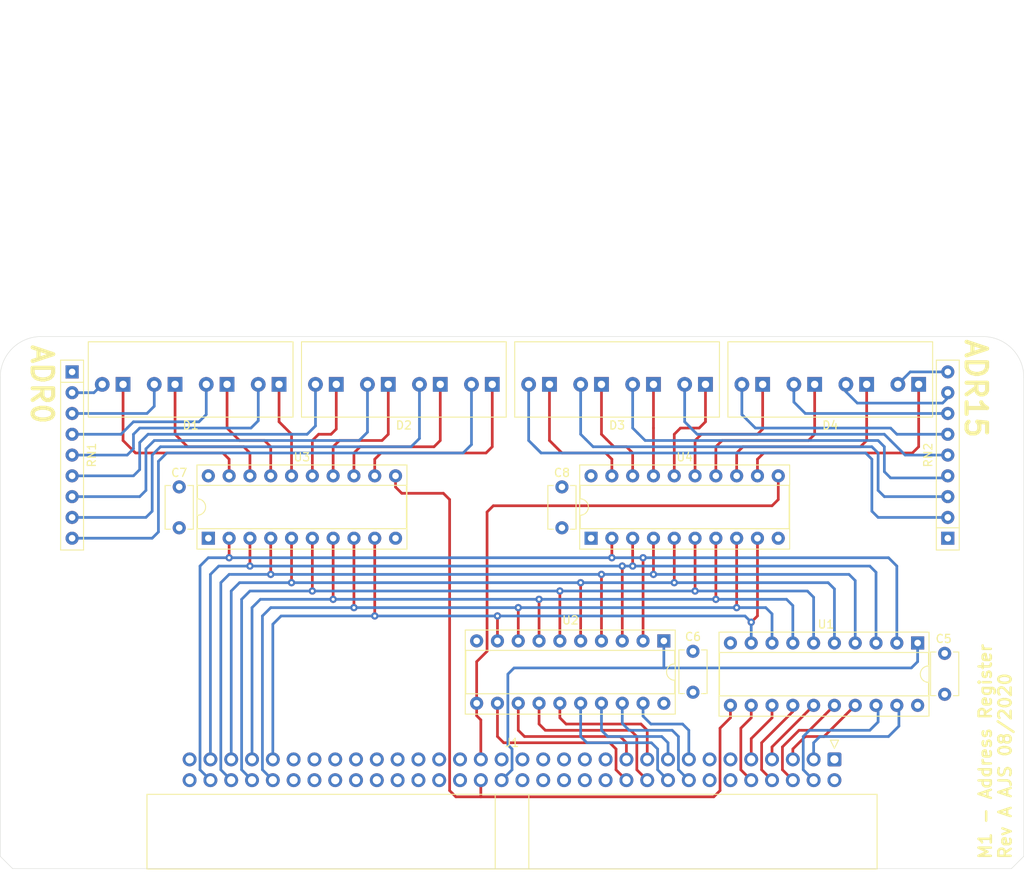
<source format=kicad_pcb>
(kicad_pcb (version 20171130) (host pcbnew 5.1.6-c6e7f7d~87~ubuntu18.04.1)
  (layers (0 F.Cu signal) (1 In1.Cu signal) (2 In2.Cu signal) (31 B.Cu signal) (36 B.SilkS user) (37 F.SilkS user) (38 B.Mask user) (39 F.Mask user) (44 Edge.Cuts user))
  (net 0 "")
  (net 1 +5V)
  (net 2 GND)
  (net 3 "Net-(D1-Pad1)")
  (net 4 "Net-(D1-Pad2)")
  (net 5 "Net-(D2-Pad1)")
  (net 6 "Net-(D2-Pad2)")
  (net 7 "Net-(D3-Pad1)")
  (net 8 "Net-(D3-Pad2)")
  (net 9 "Net-(D4-Pad2)")
  (net 10 "Net-(D4-Pad1)")
  (net 11 /A1)
  (net 12 /A3)
  (net 13 /A5)
  (net 14 /A7)
  (net 15 /A9)
  (net 16 /A11)
  (net 17 /A13)
  (net 18 /A15)
  (net 19 "Net-(J1-Pad31)")
  (net 20 "Net-(J1-Pad37)")
  (net 21 "Net-(J1-Pad43)")
  (net 22 "Net-(J1-Pad45)")
  (net 23 "Net-(J1-Pad47)")
  (net 24 /D6)
  (net 25 /D4)
  (net 26 /D2)
  (net 27 /D0)
  (net 28 /A2)
  (net 29 /A4)
  (net 30 /A6)
  (net 31 /A8)
  (net 32 /A10)
  (net 33 /A12)
  (net 34 /A14)
  (net 35 "Net-(J1-Pad30)")
  (net 36 "Net-(J1-Pad44)")
  (net 37 "Net-(J1-Pad46)")
  (net 38 "Net-(J1-Pad48)")
  (net 39 "Net-(J1-Pad50)")
  (net 40 /D7)
  (net 41 /D5)
  (net 42 /D3)
  (net 43 /D1)
  (net 44 /A0)
  (net 45 "Net-(D1-Pad4)")
  (net 46 "Net-(D1-Pad3)")
  (net 47 "Net-(D1-Pad5)")
  (net 48 "Net-(D1-Pad6)")
  (net 49 "Net-(D1-Pad7)")
  (net 50 "Net-(D1-Pad8)")
  (net 51 "Net-(D2-Pad8)")
  (net 52 "Net-(D2-Pad7)")
  (net 53 "Net-(D2-Pad6)")
  (net 54 "Net-(D2-Pad5)")
  (net 55 "Net-(D2-Pad3)")
  (net 56 "Net-(D2-Pad4)")
  (net 57 "Net-(D3-Pad4)")
  (net 58 "Net-(D3-Pad3)")
  (net 59 "Net-(D3-Pad5)")
  (net 60 "Net-(D3-Pad6)")
  (net 61 "Net-(D3-Pad7)")
  (net 62 "Net-(D3-Pad8)")
  (net 63 "Net-(D4-Pad8)")
  (net 64 "Net-(D4-Pad7)")
  (net 65 "Net-(D4-Pad6)")
  (net 66 "Net-(D4-Pad5)")
  (net 67 "Net-(D4-Pad3)")
  (net 68 "Net-(D4-Pad4)")
  (net 69 "Net-(J1-Pad40)")
  (net 70 "Net-(J1-Pad29)")
  (net 71 /nADROE)
  (net 72 /ADRLO)
  (net 73 "Net-(J1-Pad49)")
  (net 74 "Net-(J1-Pad32)")
  (net 75 /ADRHI)
  (net 76 "Net-(J1-Pad38)")
  (net 77 "Net-(J1-Pad33)")
  (module Capacitor_THT:C_Disc_D5.1mm_W3.2mm_P5.00mm (layer F.Cu) (at 205.359 122.555 270)
    (fp_text reference C5 (at -1.778 0.127 180) (layer F.SilkS))
    (fp_text value 100n)
    (pad 1 thru_hole circle (at 0 0 270) (size 1.6 1.6) (drill 0.8) (layers *.Cu *.Mask) (net 2 GND))
    (pad 2 thru_hole circle (at 5 0 270) (size 1.6 1.6) (drill 0.8) (layers *.Cu *.Mask) (net 1 +5V))
  )
  (module Capacitor_THT:C_Disc_D5.1mm_W3.2mm_P5.00mm (layer F.Cu) (at 174.625 122.301 270)
    (fp_text reference C6 (at -1.778 0 180) (layer F.SilkS))
    (fp_text value 100n)
    (pad 2 thru_hole circle (at 5 0 270) (size 1.6 1.6) (drill 0.8) (layers *.Cu *.Mask) (net 1 +5V))
    (pad 1 thru_hole circle (at 0 0 270) (size 1.6 1.6) (drill 0.8) (layers *.Cu *.Mask) (net 2 GND))
  )
  (module Capacitor_THT:C_Disc_D5.1mm_W3.2mm_P5.00mm (layer F.Cu) (at 111.887 107.215 90)
    (fp_text reference C7 (at 6.731 0 180) (layer F.SilkS))
    (fp_text value 100n)
    (pad 2 thru_hole circle (at 5 0 90) (size 1.6 1.6) (drill 0.8) (layers *.Cu *.Mask) (net 1 +5V))
    (pad 1 thru_hole circle (at 0 0 90) (size 1.6 1.6) (drill 0.8) (layers *.Cu *.Mask) (net 2 GND))
  )
  (module Capacitor_THT:C_Disc_D5.1mm_W3.2mm_P5.00mm (layer F.Cu) (at 158.623 107.215 90)
    (fp_text reference C8 (at 6.731 0 180) (layer F.SilkS))
    (fp_text value 100n)
    (pad 1 thru_hole circle (at 0 0 90) (size 1.6 1.6) (drill 0.8) (layers *.Cu *.Mask) (net 2 GND))
    (pad 2 thru_hole circle (at 5 0 90) (size 1.6 1.6) (drill 0.8) (layers *.Cu *.Mask) (net 1 +5V))
  )
  (module Connector_IDC:IDC-Header_2x32_P2.54mm_Horizontal (layer F.Cu) (at 191.897 135.509 270)
    (fp_text reference J1 (at -2.032 39.37 180) (layer F.SilkS))
    (fp_text value "Socket Hdr 0.1\"")
    (pad 1 thru_hole roundrect (at 0 0 270) (size 1.7 1.7) (drill 1) (layers *.Cu *.Mask) (roundrect_rratio 0.147059) (net 2 GND))
    (pad 3 thru_hole circle (at 0 2.54 270) (size 1.7 1.7) (drill 1) (layers *.Cu *.Mask) (net 44 /A0))
    (pad 5 thru_hole circle (at 0 5.08 270) (size 1.7 1.7) (drill 1) (layers *.Cu *.Mask) (net 28 /A2))
    (pad 7 thru_hole circle (at 0 7.62 270) (size 1.7 1.7) (drill 1) (layers *.Cu *.Mask) (net 29 /A4))
    (pad 9 thru_hole circle (at 0 10.16 270) (size 1.7 1.7) (drill 1) (layers *.Cu *.Mask) (net 30 /A6))
    (pad 11 thru_hole circle (at 0 12.7 270) (size 1.7 1.7) (drill 1) (layers *.Cu *.Mask) (net 2 GND))
    (pad 13 thru_hole circle (at 0 15.24 270) (size 1.7 1.7) (drill 1) (layers *.Cu *.Mask) (net 2 GND))
    (pad 15 thru_hole circle (at 0 17.78 270) (size 1.7 1.7) (drill 1) (layers *.Cu *.Mask) (net 31 /A8))
    (pad 17 thru_hole circle (at 0 20.32 270) (size 1.7 1.7) (drill 1) (layers *.Cu *.Mask) (net 32 /A10))
    (pad 19 thru_hole circle (at 0 22.86 270) (size 1.7 1.7) (drill 1) (layers *.Cu *.Mask) (net 33 /A12))
    (pad 21 thru_hole circle (at 0 25.4 270) (size 1.7 1.7) (drill 1) (layers *.Cu *.Mask) (net 34 /A14))
    (pad 23 thru_hole circle (at 0 27.94 270) (size 1.7 1.7) (drill 1) (layers *.Cu *.Mask) (net 2 GND))
    (pad 25 thru_hole circle (at 0 30.48 270) (size 1.7 1.7) (drill 1) (layers *.Cu *.Mask) (net 1 +5V))
    (pad 27 thru_hole circle (at 0 33.02 270) (size 1.7 1.7) (drill 1) (layers *.Cu *.Mask) (net 2 GND))
    (pad 29 thru_hole circle (at 0 35.56 270) (size 1.7 1.7) (drill 1) (layers *.Cu *.Mask) (net 70 "Net-(J1-Pad29)"))
    (pad 31 thru_hole circle (at 0 38.1 270) (size 1.7 1.7) (drill 1) (layers *.Cu *.Mask) (net 19 "Net-(J1-Pad31)"))
    (pad 33 thru_hole circle (at 0 40.64 270) (size 1.7 1.7) (drill 1) (layers *.Cu *.Mask) (net 77 "Net-(J1-Pad33)"))
    (pad 35 thru_hole circle (at 0 43.18 270) (size 1.7 1.7) (drill 1) (layers *.Cu *.Mask) (net 75 /ADRHI))
    (pad 37 thru_hole circle (at 0 45.72 270) (size 1.7 1.7) (drill 1) (layers *.Cu *.Mask) (net 20 "Net-(J1-Pad37)"))
    (pad 39 thru_hole circle (at 0 48.26 270) (size 1.7 1.7) (drill 1) (layers *.Cu *.Mask) (net 2 GND))
    (pad 41 thru_hole circle (at 0 50.8 270) (size 1.7 1.7) (drill 1) (layers *.Cu *.Mask) (net 2 GND))
    (pad 43 thru_hole circle (at 0 53.34 270) (size 1.7 1.7) (drill 1) (layers *.Cu *.Mask) (net 21 "Net-(J1-Pad43)"))
    (pad 45 thru_hole circle (at 0 55.88 270) (size 1.7 1.7) (drill 1) (layers *.Cu *.Mask) (net 22 "Net-(J1-Pad45)"))
    (pad 47 thru_hole circle (at 0 58.42 270) (size 1.7 1.7) (drill 1) (layers *.Cu *.Mask) (net 23 "Net-(J1-Pad47)"))
    (pad 49 thru_hole circle (at 0 60.96 270) (size 1.7 1.7) (drill 1) (layers *.Cu *.Mask) (net 73 "Net-(J1-Pad49)"))
    (pad 51 thru_hole circle (at 0 63.5 270) (size 1.7 1.7) (drill 1) (layers *.Cu *.Mask) (net 2 GND))
    (pad 53 thru_hole circle (at 0 66.04 270) (size 1.7 1.7) (drill 1) (layers *.Cu *.Mask) (net 2 GND))
    (pad 55 thru_hole circle (at 0 68.58 270) (size 1.7 1.7) (drill 1) (layers *.Cu *.Mask) (net 40 /D7))
    (pad 57 thru_hole circle (at 0 71.12 270) (size 1.7 1.7) (drill 1) (layers *.Cu *.Mask) (net 41 /D5))
    (pad 59 thru_hole circle (at 0 73.66 270) (size 1.7 1.7) (drill 1) (layers *.Cu *.Mask) (net 42 /D3))
    (pad 61 thru_hole circle (at 0 76.2 270) (size 1.7 1.7) (drill 1) (layers *.Cu *.Mask) (net 43 /D1))
    (pad 63 thru_hole circle (at 0 78.74 270) (size 1.7 1.7) (drill 1) (layers *.Cu *.Mask) (net 2 GND))
    (pad 2 thru_hole circle (at 2.54 0 270) (size 1.7 1.7) (drill 1) (layers *.Cu *.Mask) (net 2 GND))
    (pad 4 thru_hole circle (at 2.54 2.54 270) (size 1.7 1.7) (drill 1) (layers *.Cu *.Mask) (net 11 /A1))
    (pad 6 thru_hole circle (at 2.54 5.08 270) (size 1.7 1.7) (drill 1) (layers *.Cu *.Mask) (net 12 /A3))
    (pad 8 thru_hole circle (at 2.54 7.62 270) (size 1.7 1.7) (drill 1) (layers *.Cu *.Mask) (net 13 /A5))
    (pad 10 thru_hole circle (at 2.54 10.16 270) (size 1.7 1.7) (drill 1) (layers *.Cu *.Mask) (net 14 /A7))
    (pad 12 thru_hole circle (at 2.54 12.7 270) (size 1.7 1.7) (drill 1) (layers *.Cu *.Mask) (net 2 GND))
    (pad 14 thru_hole circle (at 2.54 15.24 270) (size 1.7 1.7) (drill 1) (layers *.Cu *.Mask) (net 2 GND))
    (pad 16 thru_hole circle (at 2.54 17.78 270) (size 1.7 1.7) (drill 1) (layers *.Cu *.Mask) (net 15 /A9))
    (pad 18 thru_hole circle (at 2.54 20.32 270) (size 1.7 1.7) (drill 1) (layers *.Cu *.Mask) (net 16 /A11))
    (pad 20 thru_hole circle (at 2.54 22.86 270) (size 1.7 1.7) (drill 1) (layers *.Cu *.Mask) (net 17 /A13))
    (pad 22 thru_hole circle (at 2.54 25.4 270) (size 1.7 1.7) (drill 1) (layers *.Cu *.Mask) (net 18 /A15))
    (pad 24 thru_hole circle (at 2.54 27.94 270) (size 1.7 1.7) (drill 1) (layers *.Cu *.Mask) (net 2 GND))
    (pad 26 thru_hole circle (at 2.54 30.48 270) (size 1.7 1.7) (drill 1) (layers *.Cu *.Mask) (net 1 +5V))
    (pad 28 thru_hole circle (at 2.54 33.02 270) (size 1.7 1.7) (drill 1) (layers *.Cu *.Mask) (net 2 GND))
    (pad 30 thru_hole circle (at 2.54 35.56 270) (size 1.7 1.7) (drill 1) (layers *.Cu *.Mask) (net 35 "Net-(J1-Pad30)"))
    (pad 32 thru_hole circle (at 2.54 38.1 270) (size 1.7 1.7) (drill 1) (layers *.Cu *.Mask) (net 74 "Net-(J1-Pad32)"))
    (pad 34 thru_hole circle (at 2.54 40.64 270) (size 1.7 1.7) (drill 1) (layers *.Cu *.Mask) (net 71 /nADROE))
    (pad 36 thru_hole circle (at 2.54 43.18 270) (size 1.7 1.7) (drill 1) (layers *.Cu *.Mask) (net 72 /ADRLO))
    (pad 38 thru_hole circle (at 2.54 45.72 270) (size 1.7 1.7) (drill 1) (layers *.Cu *.Mask) (net 76 "Net-(J1-Pad38)"))
    (pad 40 thru_hole circle (at 2.54 48.26 270) (size 1.7 1.7) (drill 1) (layers *.Cu *.Mask) (net 69 "Net-(J1-Pad40)"))
    (pad 42 thru_hole circle (at 2.54 50.8 270) (size 1.7 1.7) (drill 1) (layers *.Cu *.Mask) (net 2 GND))
    (pad 44 thru_hole circle (at 2.54 53.34 270) (size 1.7 1.7) (drill 1) (layers *.Cu *.Mask) (net 36 "Net-(J1-Pad44)"))
    (pad 46 thru_hole circle (at 2.54 55.88 270) (size 1.7 1.7) (drill 1) (layers *.Cu *.Mask) (net 37 "Net-(J1-Pad46)"))
    (pad 48 thru_hole circle (at 2.54 58.42 270) (size 1.7 1.7) (drill 1) (layers *.Cu *.Mask) (net 38 "Net-(J1-Pad48)"))
    (pad 50 thru_hole circle (at 2.54 60.96 270) (size 1.7 1.7) (drill 1) (layers *.Cu *.Mask) (net 39 "Net-(J1-Pad50)"))
    (pad 52 thru_hole circle (at 2.54 63.5 270) (size 1.7 1.7) (drill 1) (layers *.Cu *.Mask) (net 2 GND))
    (pad 54 thru_hole circle (at 2.54 66.04 270) (size 1.7 1.7) (drill 1) (layers *.Cu *.Mask) (net 2 GND))
    (pad 56 thru_hole circle (at 2.54 68.58 270) (size 1.7 1.7) (drill 1) (layers *.Cu *.Mask) (net 24 /D6))
    (pad 58 thru_hole circle (at 2.54 71.12 270) (size 1.7 1.7) (drill 1) (layers *.Cu *.Mask) (net 25 /D4))
    (pad 60 thru_hole circle (at 2.54 73.66 270) (size 1.7 1.7) (drill 1) (layers *.Cu *.Mask) (net 26 /D2))
    (pad 62 thru_hole circle (at 2.54 76.2 270) (size 1.7 1.7) (drill 1) (layers *.Cu *.Mask) (net 27 /D0))
    (pad 64 thru_hole circle (at 2.54 78.74 270) (size 1.7 1.7) (drill 1) (layers *.Cu *.Mask) (net 2 GND))
  )
  (module Resistor_THT:R_Array_SIP9 (layer F.Cu) (at 98.806 88.165 270)
    (fp_text reference RN1 (at 10.16 -2.4 90) (layer F.SilkS))
    (fp_text value 470)
    (pad 1 thru_hole rect (at 0 0 270) (size 1.6 1.6) (drill 0.8) (layers *.Cu *.Mask) (net 2 GND))
    (pad 2 thru_hole oval (at 2.54 0 270) (size 1.6 1.6) (drill 0.8) (layers *.Cu *.Mask) (net 50 "Net-(D1-Pad8)"))
    (pad 3 thru_hole oval (at 5.08 0 270) (size 1.6 1.6) (drill 0.8) (layers *.Cu *.Mask) (net 48 "Net-(D1-Pad6)"))
    (pad 4 thru_hole oval (at 7.62 0 270) (size 1.6 1.6) (drill 0.8) (layers *.Cu *.Mask) (net 45 "Net-(D1-Pad4)"))
    (pad 5 thru_hole oval (at 10.16 0 270) (size 1.6 1.6) (drill 0.8) (layers *.Cu *.Mask) (net 4 "Net-(D1-Pad2)"))
    (pad 6 thru_hole oval (at 12.7 0 270) (size 1.6 1.6) (drill 0.8) (layers *.Cu *.Mask) (net 51 "Net-(D2-Pad8)"))
    (pad 7 thru_hole oval (at 15.24 0 270) (size 1.6 1.6) (drill 0.8) (layers *.Cu *.Mask) (net 53 "Net-(D2-Pad6)"))
    (pad 8 thru_hole oval (at 17.78 0 270) (size 1.6 1.6) (drill 0.8) (layers *.Cu *.Mask) (net 56 "Net-(D2-Pad4)"))
    (pad 9 thru_hole oval (at 20.32 0 270) (size 1.6 1.6) (drill 0.8) (layers *.Cu *.Mask) (net 6 "Net-(D2-Pad2)"))
  )
  (module MSeries:5502407004F (layer F.Cu) (at 113.284 93.245)
    (fp_text reference D1 (at 0 1.444) (layer F.SilkS))
    (fp_text value 5502407004F)
    (pad 4 thru_hole circle (at 1.905 -3.556 180) (size 1.8 1.8) (drill 0.9) (layers *.Cu *.Mask) (net 45 "Net-(D1-Pad4)"))
    (pad 3 thru_hole rect (at 4.445 -3.556 180) (size 1.8 1.8) (drill 0.9) (layers *.Cu *.Mask) (net 46 "Net-(D1-Pad3)"))
    (pad 5 thru_hole rect (at -1.905 -3.556 180) (size 1.8 1.8) (drill 0.9) (layers *.Cu *.Mask) (net 47 "Net-(D1-Pad5)"))
    (pad 6 thru_hole circle (at -4.445 -3.556 180) (size 1.8 1.8) (drill 0.9) (layers *.Cu *.Mask) (net 48 "Net-(D1-Pad6)"))
    (pad 1 thru_hole rect (at 10.795 -3.556 180) (size 1.8 1.8) (drill 0.9) (layers *.Cu *.Mask) (net 3 "Net-(D1-Pad1)"))
    (pad 2 thru_hole circle (at 8.255 -3.556 180) (size 1.8 1.8) (drill 0.9) (layers *.Cu *.Mask) (net 4 "Net-(D1-Pad2)"))
    (pad 7 thru_hole rect (at -8.255 -3.556 180) (size 1.8 1.8) (drill 0.9) (layers *.Cu *.Mask) (net 49 "Net-(D1-Pad7)"))
    (pad 8 thru_hole circle (at -10.795 -3.556 180) (size 1.8 1.8) (drill 0.9) (layers *.Cu *.Mask) (net 50 "Net-(D1-Pad8)"))
  )
  (module MSeries:5502407004F (layer F.Cu) (at 139.319 93.245)
    (fp_text reference D2 (at 0 1.444) (layer F.SilkS))
    (fp_text value 5502407004F)
    (pad 8 thru_hole circle (at -10.795 -3.556 180) (size 1.8 1.8) (drill 0.9) (layers *.Cu *.Mask) (net 51 "Net-(D2-Pad8)"))
    (pad 7 thru_hole rect (at -8.255 -3.556 180) (size 1.8 1.8) (drill 0.9) (layers *.Cu *.Mask) (net 52 "Net-(D2-Pad7)"))
    (pad 2 thru_hole circle (at 8.255 -3.556 180) (size 1.8 1.8) (drill 0.9) (layers *.Cu *.Mask) (net 6 "Net-(D2-Pad2)"))
    (pad 1 thru_hole rect (at 10.795 -3.556 180) (size 1.8 1.8) (drill 0.9) (layers *.Cu *.Mask) (net 5 "Net-(D2-Pad1)"))
    (pad 6 thru_hole circle (at -4.445 -3.556 180) (size 1.8 1.8) (drill 0.9) (layers *.Cu *.Mask) (net 53 "Net-(D2-Pad6)"))
    (pad 5 thru_hole rect (at -1.905 -3.556 180) (size 1.8 1.8) (drill 0.9) (layers *.Cu *.Mask) (net 54 "Net-(D2-Pad5)"))
    (pad 3 thru_hole rect (at 4.445 -3.556 180) (size 1.8 1.8) (drill 0.9) (layers *.Cu *.Mask) (net 55 "Net-(D2-Pad3)"))
    (pad 4 thru_hole circle (at 1.905 -3.556 180) (size 1.8 1.8) (drill 0.9) (layers *.Cu *.Mask) (net 56 "Net-(D2-Pad4)"))
  )
  (module MSeries:5502407004F (layer F.Cu) (at 165.354 93.245)
    (fp_text reference D3 (at 0 1.444) (layer F.SilkS))
    (fp_text value 5502407004F)
    (pad 4 thru_hole circle (at 1.905 -3.556 180) (size 1.8 1.8) (drill 0.9) (layers *.Cu *.Mask) (net 57 "Net-(D3-Pad4)"))
    (pad 3 thru_hole rect (at 4.445 -3.556 180) (size 1.8 1.8) (drill 0.9) (layers *.Cu *.Mask) (net 58 "Net-(D3-Pad3)"))
    (pad 5 thru_hole rect (at -1.905 -3.556 180) (size 1.8 1.8) (drill 0.9) (layers *.Cu *.Mask) (net 59 "Net-(D3-Pad5)"))
    (pad 6 thru_hole circle (at -4.445 -3.556 180) (size 1.8 1.8) (drill 0.9) (layers *.Cu *.Mask) (net 60 "Net-(D3-Pad6)"))
    (pad 1 thru_hole rect (at 10.795 -3.556 180) (size 1.8 1.8) (drill 0.9) (layers *.Cu *.Mask) (net 7 "Net-(D3-Pad1)"))
    (pad 2 thru_hole circle (at 8.255 -3.556 180) (size 1.8 1.8) (drill 0.9) (layers *.Cu *.Mask) (net 8 "Net-(D3-Pad2)"))
    (pad 7 thru_hole rect (at -8.255 -3.556 180) (size 1.8 1.8) (drill 0.9) (layers *.Cu *.Mask) (net 61 "Net-(D3-Pad7)"))
    (pad 8 thru_hole circle (at -10.795 -3.556 180) (size 1.8 1.8) (drill 0.9) (layers *.Cu *.Mask) (net 62 "Net-(D3-Pad8)"))
  )
  (module MSeries:5502407004F (layer F.Cu) (at 191.389 93.245)
    (fp_text reference D4 (at 0 1.444) (layer F.SilkS))
    (fp_text value 5502407004F)
    (pad 8 thru_hole circle (at -10.795 -3.556 180) (size 1.8 1.8) (drill 0.9) (layers *.Cu *.Mask) (net 63 "Net-(D4-Pad8)"))
    (pad 7 thru_hole rect (at -8.255 -3.556 180) (size 1.8 1.8) (drill 0.9) (layers *.Cu *.Mask) (net 64 "Net-(D4-Pad7)"))
    (pad 2 thru_hole circle (at 8.255 -3.556 180) (size 1.8 1.8) (drill 0.9) (layers *.Cu *.Mask) (net 9 "Net-(D4-Pad2)"))
    (pad 1 thru_hole rect (at 10.795 -3.556 180) (size 1.8 1.8) (drill 0.9) (layers *.Cu *.Mask) (net 10 "Net-(D4-Pad1)"))
    (pad 6 thru_hole circle (at -4.445 -3.556 180) (size 1.8 1.8) (drill 0.9) (layers *.Cu *.Mask) (net 65 "Net-(D4-Pad6)"))
    (pad 5 thru_hole rect (at -1.905 -3.556 180) (size 1.8 1.8) (drill 0.9) (layers *.Cu *.Mask) (net 66 "Net-(D4-Pad5)"))
    (pad 3 thru_hole rect (at 4.445 -3.556 180) (size 1.8 1.8) (drill 0.9) (layers *.Cu *.Mask) (net 67 "Net-(D4-Pad3)"))
    (pad 4 thru_hole circle (at 1.905 -3.556 180) (size 1.8 1.8) (drill 0.9) (layers *.Cu *.Mask) (net 68 "Net-(D4-Pad4)"))
  )
  (module Resistor_THT:R_Array_SIP9 (layer F.Cu) (at 205.74 108.485 90)
    (fp_text reference RN2 (at 10.16 -2.4 90) (layer F.SilkS))
    (fp_text value 470)
    (pad 1 thru_hole rect (at 0 0 90) (size 1.6 1.6) (drill 0.8) (layers *.Cu *.Mask) (net 2 GND))
    (pad 2 thru_hole oval (at 2.54 0 90) (size 1.6 1.6) (drill 0.8) (layers *.Cu *.Mask) (net 62 "Net-(D3-Pad8)"))
    (pad 3 thru_hole oval (at 5.08 0 90) (size 1.6 1.6) (drill 0.8) (layers *.Cu *.Mask) (net 60 "Net-(D3-Pad6)"))
    (pad 4 thru_hole oval (at 7.62 0 90) (size 1.6 1.6) (drill 0.8) (layers *.Cu *.Mask) (net 57 "Net-(D3-Pad4)"))
    (pad 5 thru_hole oval (at 10.16 0 90) (size 1.6 1.6) (drill 0.8) (layers *.Cu *.Mask) (net 8 "Net-(D3-Pad2)"))
    (pad 6 thru_hole oval (at 12.7 0 90) (size 1.6 1.6) (drill 0.8) (layers *.Cu *.Mask) (net 63 "Net-(D4-Pad8)"))
    (pad 7 thru_hole oval (at 15.24 0 90) (size 1.6 1.6) (drill 0.8) (layers *.Cu *.Mask) (net 65 "Net-(D4-Pad6)"))
    (pad 8 thru_hole oval (at 17.78 0 90) (size 1.6 1.6) (drill 0.8) (layers *.Cu *.Mask) (net 68 "Net-(D4-Pad4)"))
    (pad 9 thru_hole oval (at 20.32 0 90) (size 1.6 1.6) (drill 0.8) (layers *.Cu *.Mask) (net 9 "Net-(D4-Pad2)"))
  )
  (module Package_DIP:DIP-20_W7.62mm_Socket (layer F.Cu) (at 202.057 121.285 270)
    (fp_text reference U1 (at -2.276 11.194 180) (layer F.SilkS))
    (fp_text value 74HC574)
    (pad 1 thru_hole rect (at 0 0 270) (size 1.6 1.6) (drill 0.8) (layers *.Cu *.Mask) (net 71 /nADROE))
    (pad 11 thru_hole oval (at 7.62 22.86 270) (size 1.6 1.6) (drill 0.8) (layers *.Cu *.Mask) (net 72 /ADRLO))
    (pad 2 thru_hole oval (at 0 2.54 270) (size 1.6 1.6) (drill 0.8) (layers *.Cu *.Mask) (net 27 /D0))
    (pad 12 thru_hole oval (at 7.62 20.32 270) (size 1.6 1.6) (drill 0.8) (layers *.Cu *.Mask) (net 14 /A7))
    (pad 3 thru_hole oval (at 0 5.08 270) (size 1.6 1.6) (drill 0.8) (layers *.Cu *.Mask) (net 43 /D1))
    (pad 13 thru_hole oval (at 7.62 17.78 270) (size 1.6 1.6) (drill 0.8) (layers *.Cu *.Mask) (net 30 /A6))
    (pad 4 thru_hole oval (at 0 7.62 270) (size 1.6 1.6) (drill 0.8) (layers *.Cu *.Mask) (net 26 /D2))
    (pad 14 thru_hole oval (at 7.62 15.24 270) (size 1.6 1.6) (drill 0.8) (layers *.Cu *.Mask) (net 13 /A5))
    (pad 5 thru_hole oval (at 0 10.16 270) (size 1.6 1.6) (drill 0.8) (layers *.Cu *.Mask) (net 42 /D3))
    (pad 15 thru_hole oval (at 7.62 12.7 270) (size 1.6 1.6) (drill 0.8) (layers *.Cu *.Mask) (net 29 /A4))
    (pad 6 thru_hole oval (at 0 12.7 270) (size 1.6 1.6) (drill 0.8) (layers *.Cu *.Mask) (net 25 /D4))
    (pad 16 thru_hole oval (at 7.62 10.16 270) (size 1.6 1.6) (drill 0.8) (layers *.Cu *.Mask) (net 12 /A3))
    (pad 7 thru_hole oval (at 0 15.24 270) (size 1.6 1.6) (drill 0.8) (layers *.Cu *.Mask) (net 41 /D5))
    (pad 17 thru_hole oval (at 7.62 7.62 270) (size 1.6 1.6) (drill 0.8) (layers *.Cu *.Mask) (net 28 /A2))
    (pad 8 thru_hole oval (at 0 17.78 270) (size 1.6 1.6) (drill 0.8) (layers *.Cu *.Mask) (net 24 /D6))
    (pad 18 thru_hole oval (at 7.62 5.08 270) (size 1.6 1.6) (drill 0.8) (layers *.Cu *.Mask) (net 11 /A1))
    (pad 9 thru_hole oval (at 0 20.32 270) (size 1.6 1.6) (drill 0.8) (layers *.Cu *.Mask) (net 40 /D7))
    (pad 19 thru_hole oval (at 7.62 2.54 270) (size 1.6 1.6) (drill 0.8) (layers *.Cu *.Mask) (net 44 /A0))
    (pad 10 thru_hole oval (at 0 22.86 270) (size 1.6 1.6) (drill 0.8) (layers *.Cu *.Mask) (net 2 GND))
    (pad 20 thru_hole oval (at 7.62 0 270) (size 1.6 1.6) (drill 0.8) (layers *.Cu *.Mask) (net 1 +5V))
  )
  (module Package_DIP:DIP-20_W7.62mm_Socket (layer F.Cu) (at 171.069 121.031 270)
    (fp_text reference U2 (at -2.522 11.412 180) (layer F.SilkS))
    (fp_text value 74HC574)
    (pad 20 thru_hole oval (at 7.62 0 270) (size 1.6 1.6) (drill 0.8) (layers *.Cu *.Mask) (net 1 +5V))
    (pad 10 thru_hole oval (at 0 22.86 270) (size 1.6 1.6) (drill 0.8) (layers *.Cu *.Mask) (net 2 GND))
    (pad 19 thru_hole oval (at 7.62 2.54 270) (size 1.6 1.6) (drill 0.8) (layers *.Cu *.Mask) (net 31 /A8))
    (pad 9 thru_hole oval (at 0 20.32 270) (size 1.6 1.6) (drill 0.8) (layers *.Cu *.Mask) (net 40 /D7))
    (pad 18 thru_hole oval (at 7.62 5.08 270) (size 1.6 1.6) (drill 0.8) (layers *.Cu *.Mask) (net 15 /A9))
    (pad 8 thru_hole oval (at 0 17.78 270) (size 1.6 1.6) (drill 0.8) (layers *.Cu *.Mask) (net 24 /D6))
    (pad 17 thru_hole oval (at 7.62 7.62 270) (size 1.6 1.6) (drill 0.8) (layers *.Cu *.Mask) (net 32 /A10))
    (pad 7 thru_hole oval (at 0 15.24 270) (size 1.6 1.6) (drill 0.8) (layers *.Cu *.Mask) (net 41 /D5))
    (pad 16 thru_hole oval (at 7.62 10.16 270) (size 1.6 1.6) (drill 0.8) (layers *.Cu *.Mask) (net 16 /A11))
    (pad 6 thru_hole oval (at 0 12.7 270) (size 1.6 1.6) (drill 0.8) (layers *.Cu *.Mask) (net 25 /D4))
    (pad 15 thru_hole oval (at 7.62 12.7 270) (size 1.6 1.6) (drill 0.8) (layers *.Cu *.Mask) (net 33 /A12))
    (pad 5 thru_hole oval (at 0 10.16 270) (size 1.6 1.6) (drill 0.8) (layers *.Cu *.Mask) (net 42 /D3))
    (pad 14 thru_hole oval (at 7.62 15.24 270) (size 1.6 1.6) (drill 0.8) (layers *.Cu *.Mask) (net 17 /A13))
    (pad 4 thru_hole oval (at 0 7.62 270) (size 1.6 1.6) (drill 0.8) (layers *.Cu *.Mask) (net 26 /D2))
    (pad 13 thru_hole oval (at 7.62 17.78 270) (size 1.6 1.6) (drill 0.8) (layers *.Cu *.Mask) (net 34 /A14))
    (pad 3 thru_hole oval (at 0 5.08 270) (size 1.6 1.6) (drill 0.8) (layers *.Cu *.Mask) (net 43 /D1))
    (pad 12 thru_hole oval (at 7.62 20.32 270) (size 1.6 1.6) (drill 0.8) (layers *.Cu *.Mask) (net 18 /A15))
    (pad 2 thru_hole oval (at 0 2.54 270) (size 1.6 1.6) (drill 0.8) (layers *.Cu *.Mask) (net 27 /D0))
    (pad 11 thru_hole oval (at 7.62 22.86 270) (size 1.6 1.6) (drill 0.8) (layers *.Cu *.Mask) (net 75 /ADRHI))
    (pad 1 thru_hole rect (at 0 0 270) (size 1.6 1.6) (drill 0.8) (layers *.Cu *.Mask) (net 71 /nADROE))
  )
  (module Package_DIP:DIP-20_W7.62mm_Socket (layer F.Cu) (at 115.443 108.485 90)
    (fp_text reference U3 (at 9.906 11.43 180) (layer F.SilkS))
    (fp_text value 74HC574)
    (pad 20 thru_hole oval (at 7.62 0 90) (size 1.6 1.6) (drill 0.8) (layers *.Cu *.Mask) (net 1 +5V))
    (pad 10 thru_hole oval (at 0 22.86 90) (size 1.6 1.6) (drill 0.8) (layers *.Cu *.Mask) (net 2 GND))
    (pad 19 thru_hole oval (at 7.62 2.54 90) (size 1.6 1.6) (drill 0.8) (layers *.Cu *.Mask) (net 49 "Net-(D1-Pad7)"))
    (pad 9 thru_hole oval (at 0 20.32 90) (size 1.6 1.6) (drill 0.8) (layers *.Cu *.Mask) (net 40 /D7))
    (pad 18 thru_hole oval (at 7.62 5.08 90) (size 1.6 1.6) (drill 0.8) (layers *.Cu *.Mask) (net 47 "Net-(D1-Pad5)"))
    (pad 8 thru_hole oval (at 0 17.78 90) (size 1.6 1.6) (drill 0.8) (layers *.Cu *.Mask) (net 24 /D6))
    (pad 17 thru_hole oval (at 7.62 7.62 90) (size 1.6 1.6) (drill 0.8) (layers *.Cu *.Mask) (net 46 "Net-(D1-Pad3)"))
    (pad 7 thru_hole oval (at 0 15.24 90) (size 1.6 1.6) (drill 0.8) (layers *.Cu *.Mask) (net 41 /D5))
    (pad 16 thru_hole oval (at 7.62 10.16 90) (size 1.6 1.6) (drill 0.8) (layers *.Cu *.Mask) (net 3 "Net-(D1-Pad1)"))
    (pad 6 thru_hole oval (at 0 12.7 90) (size 1.6 1.6) (drill 0.8) (layers *.Cu *.Mask) (net 25 /D4))
    (pad 15 thru_hole oval (at 7.62 12.7 90) (size 1.6 1.6) (drill 0.8) (layers *.Cu *.Mask) (net 52 "Net-(D2-Pad7)"))
    (pad 5 thru_hole oval (at 0 10.16 90) (size 1.6 1.6) (drill 0.8) (layers *.Cu *.Mask) (net 42 /D3))
    (pad 14 thru_hole oval (at 7.62 15.24 90) (size 1.6 1.6) (drill 0.8) (layers *.Cu *.Mask) (net 54 "Net-(D2-Pad5)"))
    (pad 4 thru_hole oval (at 0 7.62 90) (size 1.6 1.6) (drill 0.8) (layers *.Cu *.Mask) (net 26 /D2))
    (pad 13 thru_hole oval (at 7.62 17.78 90) (size 1.6 1.6) (drill 0.8) (layers *.Cu *.Mask) (net 55 "Net-(D2-Pad3)"))
    (pad 3 thru_hole oval (at 0 5.08 90) (size 1.6 1.6) (drill 0.8) (layers *.Cu *.Mask) (net 43 /D1))
    (pad 12 thru_hole oval (at 7.62 20.32 90) (size 1.6 1.6) (drill 0.8) (layers *.Cu *.Mask) (net 5 "Net-(D2-Pad1)"))
    (pad 2 thru_hole oval (at 0 2.54 90) (size 1.6 1.6) (drill 0.8) (layers *.Cu *.Mask) (net 27 /D0))
    (pad 11 thru_hole oval (at 7.62 22.86 90) (size 1.6 1.6) (drill 0.8) (layers *.Cu *.Mask) (net 72 /ADRLO))
    (pad 1 thru_hole rect (at 0 0 90) (size 1.6 1.6) (drill 0.8) (layers *.Cu *.Mask) (net 2 GND))
  )
  (module Package_DIP:DIP-20_W7.62mm_Socket (layer F.Cu) (at 162.179 108.485 90)
    (fp_text reference U4 (at 9.906 11.43 180) (layer F.SilkS))
    (fp_text value 74HC574)
    (pad 1 thru_hole rect (at 0 0 90) (size 1.6 1.6) (drill 0.8) (layers *.Cu *.Mask) (net 2 GND))
    (pad 11 thru_hole oval (at 7.62 22.86 90) (size 1.6 1.6) (drill 0.8) (layers *.Cu *.Mask) (net 75 /ADRHI))
    (pad 2 thru_hole oval (at 0 2.54 90) (size 1.6 1.6) (drill 0.8) (layers *.Cu *.Mask) (net 27 /D0))
    (pad 12 thru_hole oval (at 7.62 20.32 90) (size 1.6 1.6) (drill 0.8) (layers *.Cu *.Mask) (net 10 "Net-(D4-Pad1)"))
    (pad 3 thru_hole oval (at 0 5.08 90) (size 1.6 1.6) (drill 0.8) (layers *.Cu *.Mask) (net 43 /D1))
    (pad 13 thru_hole oval (at 7.62 17.78 90) (size 1.6 1.6) (drill 0.8) (layers *.Cu *.Mask) (net 67 "Net-(D4-Pad3)"))
    (pad 4 thru_hole oval (at 0 7.62 90) (size 1.6 1.6) (drill 0.8) (layers *.Cu *.Mask) (net 26 /D2))
    (pad 14 thru_hole oval (at 7.62 15.24 90) (size 1.6 1.6) (drill 0.8) (layers *.Cu *.Mask) (net 66 "Net-(D4-Pad5)"))
    (pad 5 thru_hole oval (at 0 10.16 90) (size 1.6 1.6) (drill 0.8) (layers *.Cu *.Mask) (net 42 /D3))
    (pad 15 thru_hole oval (at 7.62 12.7 90) (size 1.6 1.6) (drill 0.8) (layers *.Cu *.Mask) (net 64 "Net-(D4-Pad7)"))
    (pad 6 thru_hole oval (at 0 12.7 90) (size 1.6 1.6) (drill 0.8) (layers *.Cu *.Mask) (net 25 /D4))
    (pad 16 thru_hole oval (at 7.62 10.16 90) (size 1.6 1.6) (drill 0.8) (layers *.Cu *.Mask) (net 7 "Net-(D3-Pad1)"))
    (pad 7 thru_hole oval (at 0 15.24 90) (size 1.6 1.6) (drill 0.8) (layers *.Cu *.Mask) (net 41 /D5))
    (pad 17 thru_hole oval (at 7.62 7.62 90) (size 1.6 1.6) (drill 0.8) (layers *.Cu *.Mask) (net 58 "Net-(D3-Pad3)"))
    (pad 8 thru_hole oval (at 0 17.78 90) (size 1.6 1.6) (drill 0.8) (layers *.Cu *.Mask) (net 24 /D6))
    (pad 18 thru_hole oval (at 7.62 5.08 90) (size 1.6 1.6) (drill 0.8) (layers *.Cu *.Mask) (net 59 "Net-(D3-Pad5)"))
    (pad 9 thru_hole oval (at 0 20.32 90) (size 1.6 1.6) (drill 0.8) (layers *.Cu *.Mask) (net 40 /D7))
    (pad 19 thru_hole oval (at 7.62 2.54 90) (size 1.6 1.6) (drill 0.8) (layers *.Cu *.Mask) (net 61 "Net-(D3-Pad7)"))
    (pad 10 thru_hole oval (at 0 22.86 90) (size 1.6 1.6) (drill 0.8) (layers *.Cu *.Mask) (net 2 GND))
    (pad 20 thru_hole oval (at 7.62 0 90) (size 1.6 1.6) (drill 0.8) (layers *.Cu *.Mask) (net 1 +5V))
  )
  (gr_line (start 90.027 88.844) (end 90.027 147.344) (layer Edge.Cuts) (width 0.05))
  (gr_line (start 215.027 88.844) (end 215.027 147.344) (layer Edge.Cuts) (width 0.05))
  (gr_text "M1 - Address Register\nRev A AJS 08/2020" (at 211.527 147.844 90) (layer F.SilkS) (effects (font (size 1.5 1.5) (thickness 0.3)) (justify left)))
  (gr_text ADR0 (at 95.123 89.689 270) (layer F.SilkS) (effects (font (size 2.5 2.5) (thickness 0.5))))
  (gr_text ADR15 (at 209.169 90.197 270) (layer F.SilkS) (effects (font (size 2.5 2.5) (thickness 0.5))))
  (gr_line (start 91.527 148.844) (end 213.527 148.844) (layer Edge.Cuts) (width 0.05))
  (gr_line (start 215.027 147.344) (end 213.527 148.844) (layer Edge.Cuts) (width 0.05))
  (gr_line (start 90.027 147.344) (end 91.527 148.844) (layer Edge.Cuts) (width 0.05))
  (gr_arc (start 95.027 88.844) (end 95.027 83.844) (angle -90) (layer Edge.Cuts) (width 0.05))
  (gr_arc (start 210.027 88.844) (end 215.027 88.844) (angle -90) (layer Edge.Cuts) (width 0.05))
  (gr_line (start 210.027 83.844) (end 95.027 83.844) (layer Edge.Cuts) (width 0.05))
  (segment (start 124.079 94.261) (end 124.714 94.896) (width 0.3302) (layer F.Cu) (net 3))
  (segment (start 124.079 89.689) (end 124.079 94.261) (width 0.3302) (layer F.Cu) (net 3))
  (segment (start 125.603 100.865) (end 125.603 95.785) (width 0.3302) (layer F.Cu) (net 3))
  (segment (start 124.714 94.896) (end 125.603 95.785) (width 0.3302) (layer F.Cu) (net 3))
  (segment (start 107.061 95.023) (end 106.299 95.785) (width 0.3302) (layer B.Cu) (net 4))
  (segment (start 121.539 89.689) (end 121.539 94.134) (width 0.3302) (layer B.Cu) (net 4))
  (segment (start 121.539 94.134) (end 120.65 95.023) (width 0.3302) (layer B.Cu) (net 4))
  (segment (start 120.65 95.023) (end 107.061 95.023) (width 0.3302) (layer B.Cu) (net 4))
  (segment (start 106.299 97.563) (end 105.537 98.325) (width 0.3302) (layer B.Cu) (net 4))
  (segment (start 98.806 98.325) (end 105.537 98.325) (width 0.3302) (layer B.Cu) (net 4))
  (segment (start 106.299 95.785) (end 106.299 97.563) (width 0.3302) (layer B.Cu) (net 4))
  (segment (start 136.525 98.071) (end 135.763 98.833) (width 0.3302) (layer F.Cu) (net 5))
  (segment (start 149.352 98.071) (end 136.525 98.071) (width 0.3302) (layer F.Cu) (net 5))
  (segment (start 150.114 89.689) (end 150.114 97.309) (width 0.3302) (layer F.Cu) (net 5))
  (segment (start 150.114 97.309) (end 149.352 98.071) (width 0.3302) (layer F.Cu) (net 5))
  (segment (start 135.763 98.833) (end 135.763 100.865) (width 0.3302) (layer F.Cu) (net 5))
  (segment (start 110.363 98.071) (end 109.347 99.087) (width 0.3302) (layer B.Cu) (net 6))
  (segment (start 147.574 97.055) (end 146.558 98.071) (width 0.3302) (layer B.Cu) (net 6))
  (segment (start 147.574 89.689) (end 147.574 97.055) (width 0.3302) (layer B.Cu) (net 6))
  (segment (start 146.558 98.071) (end 110.363 98.071) (width 0.3302) (layer B.Cu) (net 6))
  (segment (start 108.585 108.485) (end 109.347 107.723) (width 0.3302) (layer B.Cu) (net 6))
  (segment (start 98.806 108.485) (end 108.585 108.485) (width 0.3302) (layer B.Cu) (net 6))
  (segment (start 109.347 99.087) (end 109.347 107.723) (width 0.3302) (layer B.Cu) (net 6))
  (segment (start 176.149 94.261) (end 176.149 94.007) (width 0.3302) (layer F.Cu) (net 7))
  (segment (start 175.387 95.023) (end 176.149 94.261) (width 0.3302) (layer F.Cu) (net 7))
  (segment (start 176.149 94.007) (end 176.149 89.689) (width 0.3302) (layer F.Cu) (net 7))
  (segment (start 173.101 95.023) (end 175.387 95.023) (width 0.3302) (layer F.Cu) (net 7))
  (segment (start 172.339 95.785) (end 173.101 95.023) (width 0.3302) (layer F.Cu) (net 7))
  (segment (start 172.339 100.865) (end 172.339 95.785) (width 0.3302) (layer F.Cu) (net 7))
  (segment (start 175.133 95.785) (end 197.993 95.785) (width 0.3302) (layer B.Cu) (net 8))
  (segment (start 174.244 94.896) (end 175.133 95.785) (width 0.3302) (layer B.Cu) (net 8))
  (segment (start 197.993 95.785) (end 198.755 96.547) (width 0.3302) (layer B.Cu) (net 8))
  (segment (start 200.533 98.325) (end 198.755 96.547) (width 0.3302) (layer B.Cu) (net 8))
  (segment (start 206.375 98.325) (end 200.533 98.325) (width 0.3302) (layer B.Cu) (net 8))
  (segment (start 173.609 94.261) (end 174.244 94.896) (width 0.3302) (layer B.Cu) (net 8))
  (segment (start 173.609 89.689) (end 173.609 94.261) (width 0.3302) (layer B.Cu) (net 8))
  (segment (start 199.644 89.674618) (end 199.644 89.689) (width 0.3302) (layer B.Cu) (net 9))
  (segment (start 201.153618 88.165) (end 199.644 89.674618) (width 0.3302) (layer B.Cu) (net 9))
  (segment (start 205.74 88.165) (end 201.153618 88.165) (width 0.3302) (layer B.Cu) (net 9))
  (segment (start 201.422 98.071) (end 202.184 97.309) (width 0.3302) (layer F.Cu) (net 10))
  (segment (start 202.184 97.309) (end 202.184 89.689) (width 0.3302) (layer F.Cu) (net 10))
  (segment (start 183.261 98.071) (end 201.422 98.071) (width 0.3302) (layer F.Cu) (net 10))
  (segment (start 182.499 100.865) (end 182.499 98.833) (width 0.3302) (layer F.Cu) (net 10))
  (segment (start 182.499 98.833) (end 183.261 98.071) (width 0.3302) (layer F.Cu) (net 10))
  (segment (start 188.849 131.953) (end 188.087 132.715) (width 0.3302) (layer B.Cu) (net 11))
  (segment (start 188.087 136.779) (end 189.357 138.049) (width 0.3302) (layer B.Cu) (net 11))
  (segment (start 196.215 131.953) (end 188.849 131.953) (width 0.3302) (layer B.Cu) (net 11))
  (segment (start 188.087 132.715) (end 188.087 136.779) (width 0.3302) (layer B.Cu) (net 11))
  (segment (start 197.231 130.937) (end 196.215 131.953) (width 0.3302) (layer B.Cu) (net 11))
  (segment (start 197.231 128.905) (end 197.231 130.937) (width 0.3302) (layer B.Cu) (net 11))
  (segment (start 191.897 128.905) (end 188.849 131.953) (width 0.3302) (layer F.Cu) (net 12))
  (segment (start 188.849 131.953) (end 187.579 131.953) (width 0.3302) (layer F.Cu) (net 12))
  (segment (start 187.579 131.953) (end 185.547 133.985) (width 0.3302) (layer F.Cu) (net 12))
  (segment (start 185.547 133.985) (end 185.547 136.779) (width 0.3302) (layer F.Cu) (net 12))
  (segment (start 185.547 136.779) (end 186.817 138.049) (width 0.3302) (layer F.Cu) (net 12))
  (segment (start 183.007 136.779) (end 184.277 138.049) (width 0.3302) (layer F.Cu) (net 13))
  (segment (start 183.007 133.477) (end 183.007 136.779) (width 0.3302) (layer F.Cu) (net 13))
  (segment (start 186.817 129.667) (end 183.007 133.477) (width 0.3302) (layer F.Cu) (net 13))
  (segment (start 186.817 128.905) (end 186.817 129.667) (width 0.3302) (layer F.Cu) (net 13))
  (segment (start 181.737 128.905) (end 181.737 130.429) (width 0.3302) (layer F.Cu) (net 14))
  (segment (start 181.737 130.429) (end 180.467 131.699) (width 0.3302) (layer F.Cu) (net 14))
  (segment (start 180.467 131.699) (end 180.467 136.779) (width 0.3302) (layer F.Cu) (net 14))
  (segment (start 180.467 136.779) (end 181.737 138.049) (width 0.3302) (layer F.Cu) (net 14))
  (segment (start 165.989 131.111) (end 166.831 131.953) (width 0.3302) (layer B.Cu) (net 15))
  (segment (start 165.989 128.651) (end 165.989 131.111) (width 0.3302) (layer B.Cu) (net 15))
  (segment (start 166.831 131.953) (end 172.085 131.953) (width 0.3302) (layer B.Cu) (net 15))
  (segment (start 172.847 136.779) (end 174.117 138.049) (width 0.3302) (layer B.Cu) (net 15))
  (segment (start 172.847 132.715) (end 172.847 136.779) (width 0.3302) (layer B.Cu) (net 15))
  (segment (start 172.085 131.953) (end 172.847 132.715) (width 0.3302) (layer B.Cu) (net 15))
  (segment (start 160.909 132.715) (end 161.671 133.477) (width 0.3302) (layer B.Cu) (net 16))
  (segment (start 160.909 128.651) (end 160.909 132.715) (width 0.3302) (layer B.Cu) (net 16))
  (segment (start 169.545 133.477) (end 170.307 134.239) (width 0.3302) (layer B.Cu) (net 16))
  (segment (start 161.671 133.477) (end 169.545 133.477) (width 0.3302) (layer B.Cu) (net 16))
  (segment (start 170.307 134.239) (end 170.307 136.779) (width 0.3302) (layer B.Cu) (net 16))
  (segment (start 170.307 136.779) (end 171.577 138.049) (width 0.3302) (layer B.Cu) (net 16))
  (segment (start 155.829 131.191) (end 156.591 131.953) (width 0.3302) (layer F.Cu) (net 17))
  (segment (start 155.829 128.651) (end 155.829 131.191) (width 0.3302) (layer F.Cu) (net 17))
  (segment (start 167.005 131.953) (end 167.767 132.715) (width 0.3302) (layer F.Cu) (net 17))
  (segment (start 156.591 131.953) (end 167.005 131.953) (width 0.3302) (layer F.Cu) (net 17))
  (segment (start 167.767 132.715) (end 167.767 136.779) (width 0.3302) (layer F.Cu) (net 17))
  (segment (start 167.767 136.779) (end 169.037 138.049) (width 0.3302) (layer F.Cu) (net 17))
  (segment (start 150.749 128.651) (end 150.749 132.715) (width 0.3302) (layer F.Cu) (net 18))
  (segment (start 150.749 132.715) (end 151.511 133.477) (width 0.3302) (layer F.Cu) (net 18))
  (segment (start 164.465 133.477) (end 165.227 134.239) (width 0.3302) (layer F.Cu) (net 18))
  (segment (start 164.465 133.477) (end 151.511 133.477) (width 0.3302) (layer F.Cu) (net 18))
  (segment (start 165.227 134.239) (end 165.227 136.779) (width 0.3302) (layer F.Cu) (net 18))
  (segment (start 165.227 136.779) (end 166.497 138.049) (width 0.3302) (layer F.Cu) (net 18))
  (segment (start 183.515 116.967) (end 184.277 117.729) (width 0.3302) (layer B.Cu) (net 24))
  (segment (start 133.223 116.967) (end 153.289 116.967) (width 0.3302) (layer B.Cu) (net 24))
  (via (at 133.223 116.967) (size 0.889) (drill 0.381) (layers F.Cu B.Cu) (net 24))
  (segment (start 153.289 116.967) (end 179.959 116.967) (width 0.3302) (layer B.Cu) (net 24))
  (via (at 153.289 116.967) (size 0.889) (drill 0.381) (layers F.Cu B.Cu) (net 24))
  (segment (start 179.959 116.967) (end 183.515 116.967) (width 0.3302) (layer B.Cu) (net 24))
  (via (at 179.959 116.967) (size 0.889) (drill 0.381) (layers F.Cu B.Cu) (net 24))
  (segment (start 133.223 108.485) (end 133.223 116.967) (width 0.3302) (layer F.Cu) (net 24))
  (segment (start 153.289 121.031) (end 153.289 116.967) (width 0.3302) (layer F.Cu) (net 24))
  (segment (start 179.959 108.485) (end 179.959 116.967) (width 0.3302) (layer F.Cu) (net 24))
  (segment (start 184.277 117.729) (end 184.277 121.285) (width 0.3302) (layer B.Cu) (net 24))
  (segment (start 122.047 136.779) (end 123.317 138.049) (width 0.3302) (layer B.Cu) (net 24))
  (segment (start 123.063 116.967) (end 122.047 117.983) (width 0.3302) (layer B.Cu) (net 24))
  (segment (start 122.047 117.983) (end 122.047 136.779) (width 0.3302) (layer B.Cu) (net 24))
  (segment (start 133.223 116.967) (end 123.063 116.967) (width 0.3302) (layer B.Cu) (net 24))
  (segment (start 128.143 114.935) (end 158.369 114.935) (width 0.3302) (layer B.Cu) (net 25))
  (via (at 128.143 114.935) (size 0.889) (drill 0.381) (layers F.Cu B.Cu) (net 25))
  (via (at 158.369 114.935) (size 0.889) (drill 0.381) (layers F.Cu B.Cu) (net 25))
  (via (at 174.879 114.935) (size 0.889) (drill 0.381) (layers F.Cu B.Cu) (net 25))
  (segment (start 128.143 108.485) (end 128.143 114.935) (width 0.3302) (layer F.Cu) (net 25))
  (segment (start 158.369 121.031) (end 158.369 114.935) (width 0.3302) (layer F.Cu) (net 25))
  (segment (start 174.879 108.485) (end 174.879 114.935) (width 0.3302) (layer F.Cu) (net 25))
  (segment (start 189.357 115.697) (end 189.357 121.285) (width 0.3302) (layer B.Cu) (net 25))
  (segment (start 158.369 114.935) (end 188.595 114.935) (width 0.3302) (layer B.Cu) (net 25))
  (segment (start 188.595 114.935) (end 189.357 115.697) (width 0.3302) (layer B.Cu) (net 25))
  (segment (start 119.507 136.779) (end 120.777 138.049) (width 0.3302) (layer B.Cu) (net 25))
  (segment (start 119.507 115.951) (end 119.507 136.779) (width 0.3302) (layer B.Cu) (net 25))
  (segment (start 120.523 114.935) (end 119.507 115.951) (width 0.3302) (layer B.Cu) (net 25))
  (segment (start 128.143 114.935) (end 120.523 114.935) (width 0.3302) (layer B.Cu) (net 25))
  (segment (start 123.063 112.903) (end 163.449 112.903) (width 0.3302) (layer B.Cu) (net 26))
  (via (at 123.063 112.903) (size 0.889) (drill 0.381) (layers F.Cu B.Cu) (net 26))
  (via (at 163.449 112.903) (size 0.889) (drill 0.381) (layers F.Cu B.Cu) (net 26))
  (via (at 169.799 112.903) (size 0.889) (drill 0.381) (layers F.Cu B.Cu) (net 26))
  (segment (start 123.063 108.485) (end 123.063 112.903) (width 0.3302) (layer F.Cu) (net 26))
  (segment (start 163.449 121.031) (end 163.449 112.903) (width 0.3302) (layer F.Cu) (net 26))
  (segment (start 169.799 108.485) (end 169.799 112.903) (width 0.3302) (layer F.Cu) (net 26))
  (segment (start 194.437 113.665) (end 194.437 121.285) (width 0.3302) (layer B.Cu) (net 26))
  (segment (start 163.449 112.903) (end 193.675 112.903) (width 0.3302) (layer B.Cu) (net 26))
  (segment (start 193.675 112.903) (end 194.437 113.665) (width 0.3302) (layer B.Cu) (net 26))
  (segment (start 116.967 136.779) (end 118.237 138.049) (width 0.3302) (layer B.Cu) (net 26))
  (segment (start 116.967 113.919) (end 116.967 136.779) (width 0.3302) (layer B.Cu) (net 26))
  (segment (start 117.983 112.903) (end 116.967 113.919) (width 0.3302) (layer B.Cu) (net 26))
  (segment (start 123.063 112.903) (end 117.983 112.903) (width 0.3302) (layer B.Cu) (net 26))
  (segment (start 117.983 110.871) (end 168.529 110.871) (width 0.3302) (layer B.Cu) (net 27))
  (via (at 117.983 110.871) (size 0.889) (drill 0.381) (layers F.Cu B.Cu) (net 27))
  (segment (start 168.529 110.871) (end 170.053 110.871) (width 0.3302) (layer B.Cu) (net 27))
  (via (at 168.529 110.871) (size 0.889) (drill 0.381) (layers F.Cu B.Cu) (net 27))
  (via (at 164.719 110.871) (size 0.889) (drill 0.381) (layers F.Cu B.Cu) (net 27))
  (segment (start 117.983 108.485) (end 117.983 110.871) (width 0.3302) (layer F.Cu) (net 27))
  (segment (start 168.529 121.031) (end 168.529 110.871) (width 0.3302) (layer F.Cu) (net 27))
  (segment (start 164.719 108.485) (end 164.719 110.871) (width 0.3302) (layer F.Cu) (net 27))
  (segment (start 199.517 121.285) (end 199.517 111.887) (width 0.3302) (layer B.Cu) (net 27))
  (segment (start 199.517 111.887) (end 198.501 110.871) (width 0.3302) (layer B.Cu) (net 27))
  (segment (start 170.053 110.871) (end 198.501 110.871) (width 0.3302) (layer B.Cu) (net 27))
  (segment (start 114.427 136.779) (end 115.697 138.049) (width 0.3302) (layer B.Cu) (net 27))
  (segment (start 114.427 111.887) (end 114.427 136.779) (width 0.3302) (layer B.Cu) (net 27))
  (segment (start 115.443 110.871) (end 114.427 111.887) (width 0.3302) (layer B.Cu) (net 27))
  (segment (start 117.983 110.871) (end 115.443 110.871) (width 0.3302) (layer B.Cu) (net 27))
  (segment (start 194.437 128.905) (end 190.627 132.715) (width 0.3302) (layer F.Cu) (net 28))
  (segment (start 190.627 132.715) (end 188.341 132.715) (width 0.3302) (layer F.Cu) (net 28))
  (segment (start 188.341 132.715) (end 186.817 134.239) (width 0.3302) (layer F.Cu) (net 28))
  (segment (start 186.817 134.239) (end 186.817 135.509) (width 0.3302) (layer F.Cu) (net 28))
  (segment (start 189.357 128.905) (end 184.277 133.985) (width 0.3302) (layer F.Cu) (net 29))
  (segment (start 184.277 133.985) (end 184.277 135.509) (width 0.3302) (layer F.Cu) (net 29))
  (segment (start 184.277 128.905) (end 184.277 130.429) (width 0.3302) (layer F.Cu) (net 30))
  (segment (start 184.277 130.429) (end 181.737 132.969) (width 0.3302) (layer F.Cu) (net 30))
  (segment (start 181.737 132.969) (end 181.737 135.509) (width 0.3302) (layer F.Cu) (net 30))
  (segment (start 168.529 130.231) (end 169.489 131.191) (width 0.3302) (layer B.Cu) (net 31))
  (segment (start 168.529 128.651) (end 168.529 130.231) (width 0.3302) (layer B.Cu) (net 31))
  (segment (start 173.355 131.191) (end 174.117 131.953) (width 0.3302) (layer B.Cu) (net 31))
  (segment (start 169.489 131.191) (end 173.355 131.191) (width 0.3302) (layer B.Cu) (net 31))
  (segment (start 174.117 131.953) (end 174.117 135.509) (width 0.3302) (layer B.Cu) (net 31))
  (segment (start 163.449 128.651) (end 163.449 131.953) (width 0.3302) (layer B.Cu) (net 32))
  (segment (start 163.449 131.953) (end 164.211 132.715) (width 0.3302) (layer B.Cu) (net 32))
  (segment (start 170.815 132.715) (end 171.577 133.477) (width 0.3302) (layer B.Cu) (net 32))
  (segment (start 164.211 132.715) (end 170.815 132.715) (width 0.3302) (layer B.Cu) (net 32))
  (segment (start 171.577 133.477) (end 171.577 135.509) (width 0.3302) (layer B.Cu) (net 32))
  (segment (start 158.369 130.429) (end 159.131 131.191) (width 0.3302) (layer F.Cu) (net 33))
  (segment (start 158.369 128.651) (end 158.369 130.429) (width 0.3302) (layer F.Cu) (net 33))
  (segment (start 168.275 131.191) (end 169.037 131.953) (width 0.3302) (layer F.Cu) (net 33))
  (segment (start 159.131 131.191) (end 168.275 131.191) (width 0.3302) (layer F.Cu) (net 33))
  (segment (start 169.037 131.953) (end 169.037 135.509) (width 0.3302) (layer F.Cu) (net 33))
  (segment (start 153.289 128.651) (end 153.289 131.953) (width 0.3302) (layer F.Cu) (net 34))
  (segment (start 153.289 131.953) (end 154.051 132.715) (width 0.3302) (layer F.Cu) (net 34))
  (segment (start 165.735 132.715) (end 166.497 133.477) (width 0.3302) (layer F.Cu) (net 34))
  (segment (start 154.051 132.715) (end 165.735 132.715) (width 0.3302) (layer F.Cu) (net 34))
  (segment (start 166.497 133.477) (end 166.497 135.509) (width 0.3302) (layer F.Cu) (net 34))
  (segment (start 180.975 117.983) (end 181.737 118.745) (width 0.3302) (layer B.Cu) (net 40))
  (segment (start 135.763 117.983) (end 150.749 117.983) (width 0.3302) (layer B.Cu) (net 40))
  (via (at 135.763 117.983) (size 0.889) (drill 0.381) (layers F.Cu B.Cu) (net 40))
  (segment (start 150.749 117.983) (end 180.975 117.983) (width 0.3302) (layer B.Cu) (net 40))
  (via (at 150.749 117.983) (size 0.889) (drill 0.381) (layers F.Cu B.Cu) (net 40))
  (segment (start 181.737 118.745) (end 181.737 118.745) (width 0.3302) (layer B.Cu) (net 40))
  (via (at 181.737 118.745) (size 0.889) (drill 0.381) (layers F.Cu B.Cu) (net 40))
  (segment (start 181.737 118.745) (end 182.499 117.983) (width 0.3302) (layer F.Cu) (net 40))
  (segment (start 135.763 108.485) (end 135.763 117.983) (width 0.3302) (layer F.Cu) (net 40))
  (segment (start 150.749 121.031) (end 150.749 117.983) (width 0.3302) (layer F.Cu) (net 40))
  (segment (start 182.499 108.485) (end 182.499 117.983) (width 0.3302) (layer F.Cu) (net 40))
  (segment (start 181.737 118.745) (end 181.737 121.285) (width 0.3302) (layer B.Cu) (net 40))
  (segment (start 123.317 118.999) (end 123.317 135.509) (width 0.3302) (layer B.Cu) (net 40))
  (segment (start 124.333 117.983) (end 123.317 118.999) (width 0.3302) (layer B.Cu) (net 40))
  (segment (start 135.763 117.983) (end 124.333 117.983) (width 0.3302) (layer B.Cu) (net 40))
  (via (at 130.683 115.951) (size 0.889) (drill 0.381) (layers F.Cu B.Cu) (net 41))
  (segment (start 155.829 115.951) (end 130.683 115.951) (width 0.3302) (layer B.Cu) (net 41))
  (via (at 155.829 115.951) (size 0.889) (drill 0.381) (layers F.Cu B.Cu) (net 41))
  (via (at 177.419 115.951) (size 0.889) (drill 0.381) (layers F.Cu B.Cu) (net 41))
  (segment (start 130.683 108.485) (end 130.683 115.951) (width 0.3302) (layer F.Cu) (net 41))
  (segment (start 155.829 121.031) (end 155.829 115.951) (width 0.3302) (layer F.Cu) (net 41))
  (segment (start 177.419 108.485) (end 177.419 115.951) (width 0.3302) (layer F.Cu) (net 41))
  (segment (start 186.817 116.713) (end 186.817 121.285) (width 0.3302) (layer B.Cu) (net 41))
  (segment (start 155.829 115.951) (end 186.055 115.951) (width 0.3302) (layer B.Cu) (net 41))
  (segment (start 186.055 115.951) (end 186.817 116.713) (width 0.3302) (layer B.Cu) (net 41))
  (segment (start 120.777 116.967) (end 120.777 135.509) (width 0.3302) (layer B.Cu) (net 41))
  (segment (start 121.793 115.951) (end 120.777 116.967) (width 0.3302) (layer B.Cu) (net 41))
  (segment (start 130.683 115.951) (end 121.793 115.951) (width 0.3302) (layer B.Cu) (net 41))
  (via (at 125.603 113.919) (size 0.889) (drill 0.381) (layers F.Cu B.Cu) (net 42))
  (segment (start 160.909 113.919) (end 125.603 113.919) (width 0.3302) (layer B.Cu) (net 42))
  (via (at 160.909 113.919) (size 0.889) (drill 0.381) (layers F.Cu B.Cu) (net 42))
  (via (at 172.339 113.919) (size 0.889) (drill 0.381) (layers F.Cu B.Cu) (net 42))
  (segment (start 125.603 108.485) (end 125.603 113.919) (width 0.3302) (layer F.Cu) (net 42))
  (segment (start 160.909 121.031) (end 160.909 113.919) (width 0.3302) (layer F.Cu) (net 42))
  (segment (start 172.339 108.485) (end 172.339 113.919) (width 0.3302) (layer F.Cu) (net 42))
  (segment (start 191.897 114.681) (end 191.897 121.285) (width 0.3302) (layer B.Cu) (net 42))
  (segment (start 160.909 113.919) (end 191.135 113.919) (width 0.3302) (layer B.Cu) (net 42))
  (segment (start 191.135 113.919) (end 191.897 114.681) (width 0.3302) (layer B.Cu) (net 42))
  (segment (start 118.237 114.935) (end 118.237 135.509) (width 0.3302) (layer B.Cu) (net 42))
  (segment (start 119.253 113.919) (end 118.237 114.935) (width 0.3302) (layer B.Cu) (net 42))
  (segment (start 125.603 113.919) (end 119.253 113.919) (width 0.3302) (layer B.Cu) (net 42))
  (segment (start 120.523 111.887) (end 165.989 111.887) (width 0.3302) (layer B.Cu) (net 43))
  (via (at 120.523 111.887) (size 0.889) (drill 0.381) (layers F.Cu B.Cu) (net 43))
  (via (at 165.989 111.887) (size 0.889) (drill 0.381) (layers F.Cu B.Cu) (net 43))
  (via (at 167.259 111.887) (size 0.889) (drill 0.381) (layers F.Cu B.Cu) (net 43))
  (segment (start 120.523 108.485) (end 120.523 111.887) (width 0.3302) (layer F.Cu) (net 43))
  (segment (start 165.989 121.031) (end 165.989 111.887) (width 0.3302) (layer F.Cu) (net 43))
  (segment (start 167.259 108.485) (end 167.259 111.887) (width 0.3302) (layer F.Cu) (net 43))
  (segment (start 196.977 112.649) (end 196.977 121.285) (width 0.3302) (layer B.Cu) (net 43))
  (segment (start 165.989 111.887) (end 196.215 111.887) (width 0.3302) (layer B.Cu) (net 43))
  (segment (start 196.215 111.887) (end 196.977 112.649) (width 0.3302) (layer B.Cu) (net 43))
  (segment (start 115.697 112.903) (end 115.697 135.509) (width 0.3302) (layer B.Cu) (net 43))
  (segment (start 116.713 111.887) (end 115.697 112.903) (width 0.3302) (layer B.Cu) (net 43))
  (segment (start 120.523 111.887) (end 116.713 111.887) (width 0.3302) (layer B.Cu) (net 43))
  (segment (start 189.357 133.477) (end 189.357 135.509) (width 0.3302) (layer B.Cu) (net 44))
  (segment (start 190.119 132.715) (end 189.357 133.477) (width 0.3302) (layer B.Cu) (net 44))
  (segment (start 198.501 132.715) (end 190.119 132.715) (width 0.3302) (layer B.Cu) (net 44))
  (segment (start 199.771 131.445) (end 198.501 132.715) (width 0.3302) (layer B.Cu) (net 44))
  (segment (start 199.771 128.905) (end 199.771 131.445) (width 0.3302) (layer B.Cu) (net 44))
  (segment (start 106.299 94.261) (end 105.537 95.023) (width 0.3302) (layer B.Cu) (net 45))
  (segment (start 104.775 95.785) (end 105.537 95.023) (width 0.3302) (layer B.Cu) (net 45))
  (segment (start 99.441 95.785) (end 104.775 95.785) (width 0.3302) (layer B.Cu) (net 45))
  (segment (start 115.189 93.372) (end 114.3 94.261) (width 0.3302) (layer B.Cu) (net 45))
  (segment (start 115.189 89.689) (end 115.189 93.372) (width 0.3302) (layer B.Cu) (net 45))
  (segment (start 114.3 94.261) (end 106.299 94.261) (width 0.3302) (layer B.Cu) (net 45))
  (segment (start 118.364 95.658) (end 119.253 96.547) (width 0.3302) (layer F.Cu) (net 46))
  (segment (start 117.729 95.023) (end 118.364 95.658) (width 0.3302) (layer F.Cu) (net 46))
  (segment (start 117.729 89.689) (end 117.729 95.023) (width 0.3302) (layer F.Cu) (net 46))
  (segment (start 123.063 97.309) (end 122.301 96.547) (width 0.3302) (layer F.Cu) (net 46))
  (segment (start 123.063 100.865) (end 123.063 97.309) (width 0.3302) (layer F.Cu) (net 46))
  (segment (start 119.253 96.547) (end 122.301 96.547) (width 0.3302) (layer F.Cu) (net 46))
  (segment (start 112.014 96.42) (end 112.903 97.309) (width 0.3302) (layer F.Cu) (net 47))
  (segment (start 111.379 95.785) (end 112.014 96.42) (width 0.3302) (layer F.Cu) (net 47))
  (segment (start 111.379 89.689) (end 111.379 95.785) (width 0.3302) (layer F.Cu) (net 47))
  (segment (start 120.523 100.865) (end 120.523 98.071) (width 0.3302) (layer F.Cu) (net 47))
  (segment (start 120.523 98.071) (end 119.761 97.309) (width 0.3302) (layer F.Cu) (net 47))
  (segment (start 112.903 97.309) (end 119.761 97.309) (width 0.3302) (layer F.Cu) (net 47))
  (segment (start 108.839 92.356) (end 107.95 93.245) (width 0.3302) (layer B.Cu) (net 48))
  (segment (start 108.839 89.689) (end 108.839 92.356) (width 0.3302) (layer B.Cu) (net 48))
  (segment (start 107.95 93.245) (end 99.441 93.245) (width 0.3302) (layer B.Cu) (net 48))
  (segment (start 105.029 96.547) (end 106.553 98.071) (width 0.3302) (layer F.Cu) (net 49))
  (segment (start 105.029 89.689) (end 105.029 96.547) (width 0.3302) (layer F.Cu) (net 49))
  (segment (start 117.221 98.071) (end 117.983 98.833) (width 0.3302) (layer F.Cu) (net 49))
  (segment (start 106.553 98.071) (end 117.221 98.071) (width 0.3302) (layer F.Cu) (net 49))
  (segment (start 117.983 98.833) (end 117.983 100.865) (width 0.3302) (layer F.Cu) (net 49))
  (segment (start 101.473 90.705) (end 102.489 89.689) (width 0.3302) (layer B.Cu) (net 50))
  (segment (start 98.806 90.705) (end 101.473 90.705) (width 0.3302) (layer B.Cu) (net 50))
  (segment (start 108.077 95.785) (end 107.061 96.801) (width 0.3302) (layer B.Cu) (net 51))
  (segment (start 128.524 94.769) (end 127.508 95.785) (width 0.3302) (layer B.Cu) (net 51))
  (segment (start 128.524 89.689) (end 128.524 94.769) (width 0.3302) (layer B.Cu) (net 51))
  (segment (start 127.508 95.785) (end 108.077 95.785) (width 0.3302) (layer B.Cu) (net 51))
  (segment (start 106.299 100.865) (end 107.061 100.103) (width 0.3302) (layer B.Cu) (net 51))
  (segment (start 98.806 100.865) (end 106.299 100.865) (width 0.3302) (layer B.Cu) (net 51))
  (segment (start 107.061 96.801) (end 107.061 100.103) (width 0.3302) (layer B.Cu) (net 51))
  (segment (start 128.143 96.547) (end 128.905 95.785) (width 0.3302) (layer F.Cu) (net 52))
  (segment (start 128.143 100.865) (end 128.143 96.547) (width 0.3302) (layer F.Cu) (net 52))
  (segment (start 128.905 95.785) (end 130.429 95.785) (width 0.3302) (layer F.Cu) (net 52))
  (segment (start 131.064 95.15) (end 130.429 95.785) (width 0.3302) (layer F.Cu) (net 52))
  (segment (start 131.064 89.689) (end 131.064 95.15) (width 0.3302) (layer F.Cu) (net 52))
  (segment (start 108.839 96.547) (end 107.823 97.563) (width 0.3302) (layer B.Cu) (net 53))
  (segment (start 134.874 95.531) (end 133.858 96.547) (width 0.3302) (layer B.Cu) (net 53))
  (segment (start 134.874 89.689) (end 134.874 95.531) (width 0.3302) (layer B.Cu) (net 53))
  (segment (start 133.858 96.547) (end 108.839 96.547) (width 0.3302) (layer B.Cu) (net 53))
  (segment (start 107.061 103.405) (end 107.823 102.643) (width 0.3302) (layer B.Cu) (net 53))
  (segment (start 98.806 103.405) (end 107.061 103.405) (width 0.3302) (layer B.Cu) (net 53))
  (segment (start 107.823 97.563) (end 107.823 102.643) (width 0.3302) (layer B.Cu) (net 53))
  (segment (start 131.445 96.547) (end 130.683 97.309) (width 0.3302) (layer F.Cu) (net 54))
  (segment (start 137.414 89.689) (end 137.414 95.785) (width 0.3302) (layer F.Cu) (net 54))
  (segment (start 136.652 96.547) (end 131.445 96.547) (width 0.3302) (layer F.Cu) (net 54))
  (segment (start 137.414 95.785) (end 136.652 96.547) (width 0.3302) (layer F.Cu) (net 54))
  (segment (start 130.683 97.309) (end 130.683 100.865) (width 0.3302) (layer F.Cu) (net 54))
  (segment (start 133.985 97.309) (end 133.223 98.071) (width 0.3302) (layer F.Cu) (net 55))
  (segment (start 143.002 97.309) (end 133.985 97.309) (width 0.3302) (layer F.Cu) (net 55))
  (segment (start 143.764 89.689) (end 143.764 96.547) (width 0.3302) (layer F.Cu) (net 55))
  (segment (start 143.764 96.547) (end 143.002 97.309) (width 0.3302) (layer F.Cu) (net 55))
  (segment (start 133.223 98.071) (end 133.223 100.865) (width 0.3302) (layer F.Cu) (net 55))
  (segment (start 109.601 97.309) (end 108.585 98.325) (width 0.3302) (layer B.Cu) (net 56))
  (segment (start 141.224 96.293) (end 140.208 97.309) (width 0.3302) (layer B.Cu) (net 56))
  (segment (start 141.224 89.689) (end 141.224 96.293) (width 0.3302) (layer B.Cu) (net 56))
  (segment (start 140.208 97.309) (end 109.601 97.309) (width 0.3302) (layer B.Cu) (net 56))
  (segment (start 98.806 105.945) (end 107.823 105.945) (width 0.3302) (layer B.Cu) (net 56))
  (segment (start 107.823 105.945) (end 108.585 105.183) (width 0.3302) (layer B.Cu) (net 56))
  (segment (start 108.585 98.325) (end 108.585 105.183) (width 0.3302) (layer B.Cu) (net 56))
  (segment (start 206.121 101.119) (end 198.755 101.119) (width 0.3302) (layer B.Cu) (net 57))
  (segment (start 197.993 97.309) (end 197.993 100.357) (width 0.3302) (layer B.Cu) (net 57))
  (segment (start 197.231 96.547) (end 197.993 97.309) (width 0.3302) (layer B.Cu) (net 57))
  (segment (start 168.783 96.547) (end 197.231 96.547) (width 0.3302) (layer B.Cu) (net 57))
  (segment (start 167.894 95.658) (end 168.783 96.547) (width 0.3302) (layer B.Cu) (net 57))
  (segment (start 197.993 100.357) (end 198.755 101.119) (width 0.3302) (layer B.Cu) (net 57))
  (segment (start 167.259 95.023) (end 167.894 95.658) (width 0.3302) (layer B.Cu) (net 57))
  (segment (start 167.259 89.689) (end 167.259 95.023) (width 0.3302) (layer B.Cu) (net 57))
  (segment (start 169.799 89.689) (end 169.799 95.023) (width 0.3302) (layer F.Cu) (net 58))
  (segment (start 169.799 100.865) (end 169.799 95.023) (width 0.3302) (layer F.Cu) (net 58))
  (segment (start 164.084 96.42) (end 164.973 97.309) (width 0.3302) (layer F.Cu) (net 59))
  (segment (start 163.449 95.785) (end 164.084 96.42) (width 0.3302) (layer F.Cu) (net 59))
  (segment (start 163.449 89.689) (end 163.449 95.785) (width 0.3302) (layer F.Cu) (net 59))
  (segment (start 167.259 100.865) (end 167.259 98.071) (width 0.3302) (layer F.Cu) (net 59))
  (segment (start 164.973 97.309) (end 166.497 97.309) (width 0.3302) (layer F.Cu) (net 59))
  (segment (start 167.259 98.071) (end 166.497 97.309) (width 0.3302) (layer F.Cu) (net 59))
  (segment (start 162.433 97.309) (end 196.469 97.309) (width 0.3302) (layer B.Cu) (net 60))
  (segment (start 161.544 96.42) (end 162.433 97.309) (width 0.3302) (layer B.Cu) (net 60))
  (segment (start 196.469 97.309) (end 197.231 98.071) (width 0.3302) (layer B.Cu) (net 60))
  (segment (start 197.993 103.405) (end 197.231 102.643) (width 0.3302) (layer B.Cu) (net 60))
  (segment (start 206.375 103.405) (end 197.993 103.405) (width 0.3302) (layer B.Cu) (net 60))
  (segment (start 197.231 98.071) (end 197.231 102.643) (width 0.3302) (layer B.Cu) (net 60))
  (segment (start 160.909 95.785) (end 161.544 96.42) (width 0.3302) (layer B.Cu) (net 60))
  (segment (start 160.909 89.689) (end 160.909 95.785) (width 0.3302) (layer B.Cu) (net 60))
  (segment (start 157.734 97.182) (end 158.623 98.071) (width 0.3302) (layer F.Cu) (net 61))
  (segment (start 157.099 96.547) (end 157.734 97.182) (width 0.3302) (layer F.Cu) (net 61))
  (segment (start 157.099 89.689) (end 157.099 96.547) (width 0.3302) (layer F.Cu) (net 61))
  (segment (start 164.719 98.833) (end 163.957 98.071) (width 0.3302) (layer F.Cu) (net 61))
  (segment (start 164.719 100.865) (end 164.719 98.833) (width 0.3302) (layer F.Cu) (net 61))
  (segment (start 158.623 98.071) (end 163.957 98.071) (width 0.3302) (layer F.Cu) (net 61))
  (segment (start 155.194 97.182) (end 156.083 98.071) (width 0.3302) (layer B.Cu) (net 62))
  (segment (start 195.707 98.071) (end 156.083 98.071) (width 0.3302) (layer B.Cu) (net 62))
  (segment (start 195.707 98.071) (end 196.469 98.833) (width 0.3302) (layer B.Cu) (net 62))
  (segment (start 197.231 105.945) (end 196.469 105.183) (width 0.3302) (layer B.Cu) (net 62))
  (segment (start 206.375 105.945) (end 197.231 105.945) (width 0.3302) (layer B.Cu) (net 62))
  (segment (start 196.469 98.833) (end 196.469 105.183) (width 0.3302) (layer B.Cu) (net 62))
  (segment (start 154.559 96.547) (end 156.083 98.071) (width 0.3302) (layer B.Cu) (net 62))
  (segment (start 154.559 89.689) (end 154.559 96.547) (width 0.3302) (layer B.Cu) (net 62))
  (segment (start 198.755 95.023) (end 182.245 95.023) (width 0.3302) (layer B.Cu) (net 63))
  (segment (start 182.245 95.023) (end 181.229 94.007) (width 0.3302) (layer B.Cu) (net 63))
  (segment (start 198.755 95.023) (end 199.517 95.785) (width 0.3302) (layer B.Cu) (net 63))
  (segment (start 206.375 95.785) (end 199.517 95.785) (width 0.3302) (layer B.Cu) (net 63))
  (segment (start 180.594 93.372) (end 181.229 94.007) (width 0.3302) (layer B.Cu) (net 63))
  (segment (start 180.594 89.689) (end 180.594 93.372) (width 0.3302) (layer B.Cu) (net 63))
  (segment (start 183.134 95.15) (end 183.134 89.689) (width 0.3302) (layer F.Cu) (net 64))
  (segment (start 182.499 95.785) (end 183.134 95.15) (width 0.3302) (layer F.Cu) (net 64))
  (segment (start 175.641 95.785) (end 182.499 95.785) (width 0.3302) (layer F.Cu) (net 64))
  (segment (start 174.879 96.547) (end 175.641 95.785) (width 0.3302) (layer F.Cu) (net 64))
  (segment (start 174.879 100.865) (end 174.879 96.547) (width 0.3302) (layer F.Cu) (net 64))
  (segment (start 188.341 93.245) (end 187.579 92.483) (width 0.3302) (layer B.Cu) (net 65))
  (segment (start 206.375 93.245) (end 188.341 93.245) (width 0.3302) (layer B.Cu) (net 65))
  (segment (start 186.944 91.848) (end 187.579 92.483) (width 0.3302) (layer B.Cu) (net 65))
  (segment (start 186.944 89.689) (end 186.944 91.848) (width 0.3302) (layer B.Cu) (net 65))
  (segment (start 188.722 96.547) (end 189.484 95.785) (width 0.3302) (layer F.Cu) (net 66))
  (segment (start 189.484 95.785) (end 189.484 89.689) (width 0.3302) (layer F.Cu) (net 66))
  (segment (start 177.419 100.865) (end 177.419 97.309) (width 0.3302) (layer F.Cu) (net 66))
  (segment (start 178.181 96.547) (end 188.722 96.547) (width 0.3302) (layer F.Cu) (net 66))
  (segment (start 177.419 97.309) (end 178.181 96.547) (width 0.3302) (layer F.Cu) (net 66))
  (segment (start 195.834 96.547) (end 195.834 89.689) (width 0.3302) (layer F.Cu) (net 67))
  (segment (start 195.072 97.309) (end 195.834 96.547) (width 0.3302) (layer F.Cu) (net 67))
  (segment (start 179.959 100.865) (end 179.959 98.071) (width 0.3302) (layer F.Cu) (net 67))
  (segment (start 180.721 97.309) (end 195.072 97.309) (width 0.3302) (layer F.Cu) (net 67))
  (segment (start 179.959 98.071) (end 180.721 97.309) (width 0.3302) (layer F.Cu) (net 67))
  (segment (start 206.375 90.705) (end 205.105 91.975) (width 0.3302) (layer B.Cu) (net 68))
  (segment (start 205.105 91.975) (end 194.691 91.975) (width 0.3302) (layer B.Cu) (net 68))
  (segment (start 194.691 91.975) (end 193.929 91.213) (width 0.3302) (layer B.Cu) (net 68))
  (segment (start 193.294 90.578) (end 193.929 91.213) (width 0.3302) (layer B.Cu) (net 68))
  (segment (start 193.294 89.689) (end 193.294 90.578) (width 0.3302) (layer B.Cu) (net 68))
  (segment (start 201.295 124.333) (end 202.057 123.571) (width 0.3302) (layer B.Cu) (net 71))
  (segment (start 202.057 123.571) (end 202.057 121.285) (width 0.3302) (layer B.Cu) (net 71))
  (segment (start 171.069 121.031) (end 171.069 124.333) (width 0.3302) (layer B.Cu) (net 71))
  (segment (start 171.069 124.333) (end 201.295 124.333) (width 0.3302) (layer B.Cu) (net 71))
  (segment (start 152.527 136.779) (end 151.257 138.049) (width 0.3302) (layer B.Cu) (net 71))
  (segment (start 152.527 134.239) (end 152.527 136.779) (width 0.3302) (layer B.Cu) (net 71))
  (segment (start 152.019 125.095) (end 152.019 133.731) (width 0.3302) (layer B.Cu) (net 71))
  (segment (start 152.019 133.731) (end 152.527 134.239) (width 0.3302) (layer B.Cu) (net 71))
  (segment (start 152.781 124.333) (end 152.019 125.095) (width 0.3302) (layer B.Cu) (net 71))
  (segment (start 171.069 124.333) (end 152.781 124.333) (width 0.3302) (layer B.Cu) (net 71))
  (segment (start 138.303 100.865) (end 138.303 102.235) (width 0.3302) (layer F.Cu) (net 72))
  (segment (start 139.065 102.997) (end 144.145 102.997) (width 0.3302) (layer F.Cu) (net 72))
  (segment (start 144.907 139.319) (end 145.669 140.081) (width 0.3302) (layer F.Cu) (net 72))
  (segment (start 138.303 102.235) (end 139.065 102.997) (width 0.3302) (layer F.Cu) (net 72))
  (segment (start 144.145 102.997) (end 144.907 103.759) (width 0.3302) (layer F.Cu) (net 72))
  (segment (start 144.907 103.759) (end 144.907 139.319) (width 0.3302) (layer F.Cu) (net 72))
  (segment (start 148.717 138.049) (end 148.717 140.081) (width 0.3302) (layer F.Cu) (net 72))
  (segment (start 145.669 140.081) (end 148.717 140.081) (width 0.3302) (layer F.Cu) (net 72))
  (segment (start 179.197 130.429) (end 179.197 128.905) (width 0.3302) (layer F.Cu) (net 72))
  (segment (start 177.927 131.699) (end 179.197 130.429) (width 0.3302) (layer F.Cu) (net 72))
  (segment (start 177.927 139.319) (end 177.927 131.699) (width 0.3302) (layer F.Cu) (net 72))
  (segment (start 177.165 140.081) (end 177.927 139.319) (width 0.3302) (layer F.Cu) (net 72))
  (segment (start 148.717 140.081) (end 177.165 140.081) (width 0.3302) (layer F.Cu) (net 72))
  (segment (start 148.209 130.175) (end 148.209 128.651) (width 0.3302) (layer F.Cu) (net 75))
  (segment (start 148.209 128.651) (end 148.209 123.571) (width 0.3302) (layer F.Cu) (net 75))
  (segment (start 148.209 123.571) (end 149.479 122.301) (width 0.3302) (layer F.Cu) (net 75))
  (segment (start 149.479 122.301) (end 149.479 105.283) (width 0.3302) (layer F.Cu) (net 75))
  (segment (start 149.479 105.283) (end 150.241 104.521) (width 0.3302) (layer F.Cu) (net 75))
  (segment (start 150.241 104.521) (end 184.277 104.521) (width 0.3302) (layer F.Cu) (net 75))
  (segment (start 184.277 104.521) (end 185.039 103.759) (width 0.3302) (layer F.Cu) (net 75))
  (segment (start 185.039 103.759) (end 185.039 100.865) (width 0.3302) (layer F.Cu) (net 75))
  (segment (start 148.209 130.175) (end 148.717 130.683) (width 0.3302) (layer F.Cu) (net 75))
  (segment (start 148.717 130.683) (end 148.717 135.509) (width 0.3302) (layer F.Cu) (net 75))
)
</source>
